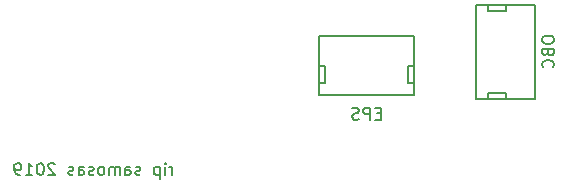
<source format=gbr>
%TF.GenerationSoftware,KiCad,Pcbnew,(5.1.6)-1*%
%TF.CreationDate,2020-06-01T16:59:43-04:00*%
%TF.ProjectId,upsat-comms-hardware,75707361-742d-4636-9f6d-6d732d686172,0.3*%
%TF.SameCoordinates,Original*%
%TF.FileFunction,Legend,Bot*%
%TF.FilePolarity,Positive*%
%FSLAX46Y46*%
G04 Gerber Fmt 4.6, Leading zero omitted, Abs format (unit mm)*
G04 Created by KiCad (PCBNEW (5.1.6)-1) date 2020-06-01 16:59:43*
%MOMM*%
%LPD*%
G01*
G04 APERTURE LIST*
%ADD10C,0.150000*%
%ADD11C,0.170000*%
G04 APERTURE END LIST*
D10*
X159066666Y-145232380D02*
X159066666Y-144565714D01*
X159066666Y-144756190D02*
X159019047Y-144660952D01*
X158971428Y-144613333D01*
X158876190Y-144565714D01*
X158780952Y-144565714D01*
X158447619Y-145232380D02*
X158447619Y-144565714D01*
X158447619Y-144232380D02*
X158495238Y-144280000D01*
X158447619Y-144327619D01*
X158400000Y-144280000D01*
X158447619Y-144232380D01*
X158447619Y-144327619D01*
X157971428Y-144565714D02*
X157971428Y-145565714D01*
X157971428Y-144613333D02*
X157876190Y-144565714D01*
X157685714Y-144565714D01*
X157590476Y-144613333D01*
X157542857Y-144660952D01*
X157495238Y-144756190D01*
X157495238Y-145041904D01*
X157542857Y-145137142D01*
X157590476Y-145184761D01*
X157685714Y-145232380D01*
X157876190Y-145232380D01*
X157971428Y-145184761D01*
X156352380Y-145184761D02*
X156257142Y-145232380D01*
X156066666Y-145232380D01*
X155971428Y-145184761D01*
X155923809Y-145089523D01*
X155923809Y-145041904D01*
X155971428Y-144946666D01*
X156066666Y-144899047D01*
X156209523Y-144899047D01*
X156304761Y-144851428D01*
X156352380Y-144756190D01*
X156352380Y-144708571D01*
X156304761Y-144613333D01*
X156209523Y-144565714D01*
X156066666Y-144565714D01*
X155971428Y-144613333D01*
X155066666Y-145232380D02*
X155066666Y-144708571D01*
X155114285Y-144613333D01*
X155209523Y-144565714D01*
X155400000Y-144565714D01*
X155495238Y-144613333D01*
X155066666Y-145184761D02*
X155161904Y-145232380D01*
X155400000Y-145232380D01*
X155495238Y-145184761D01*
X155542857Y-145089523D01*
X155542857Y-144994285D01*
X155495238Y-144899047D01*
X155400000Y-144851428D01*
X155161904Y-144851428D01*
X155066666Y-144803809D01*
X154590476Y-145232380D02*
X154590476Y-144565714D01*
X154590476Y-144660952D02*
X154542857Y-144613333D01*
X154447619Y-144565714D01*
X154304761Y-144565714D01*
X154209523Y-144613333D01*
X154161904Y-144708571D01*
X154161904Y-145232380D01*
X154161904Y-144708571D02*
X154114285Y-144613333D01*
X154019047Y-144565714D01*
X153876190Y-144565714D01*
X153780952Y-144613333D01*
X153733333Y-144708571D01*
X153733333Y-145232380D01*
X153114285Y-145232380D02*
X153209523Y-145184761D01*
X153257142Y-145137142D01*
X153304761Y-145041904D01*
X153304761Y-144756190D01*
X153257142Y-144660952D01*
X153209523Y-144613333D01*
X153114285Y-144565714D01*
X152971428Y-144565714D01*
X152876190Y-144613333D01*
X152828571Y-144660952D01*
X152780952Y-144756190D01*
X152780952Y-145041904D01*
X152828571Y-145137142D01*
X152876190Y-145184761D01*
X152971428Y-145232380D01*
X153114285Y-145232380D01*
X152400000Y-145184761D02*
X152304761Y-145232380D01*
X152114285Y-145232380D01*
X152019047Y-145184761D01*
X151971428Y-145089523D01*
X151971428Y-145041904D01*
X152019047Y-144946666D01*
X152114285Y-144899047D01*
X152257142Y-144899047D01*
X152352380Y-144851428D01*
X152400000Y-144756190D01*
X152400000Y-144708571D01*
X152352380Y-144613333D01*
X152257142Y-144565714D01*
X152114285Y-144565714D01*
X152019047Y-144613333D01*
X151114285Y-145232380D02*
X151114285Y-144708571D01*
X151161904Y-144613333D01*
X151257142Y-144565714D01*
X151447619Y-144565714D01*
X151542857Y-144613333D01*
X151114285Y-145184761D02*
X151209523Y-145232380D01*
X151447619Y-145232380D01*
X151542857Y-145184761D01*
X151590476Y-145089523D01*
X151590476Y-144994285D01*
X151542857Y-144899047D01*
X151447619Y-144851428D01*
X151209523Y-144851428D01*
X151114285Y-144803809D01*
X150685714Y-145184761D02*
X150590476Y-145232380D01*
X150400000Y-145232380D01*
X150304761Y-145184761D01*
X150257142Y-145089523D01*
X150257142Y-145041904D01*
X150304761Y-144946666D01*
X150400000Y-144899047D01*
X150542857Y-144899047D01*
X150638095Y-144851428D01*
X150685714Y-144756190D01*
X150685714Y-144708571D01*
X150638095Y-144613333D01*
X150542857Y-144565714D01*
X150400000Y-144565714D01*
X150304761Y-144613333D01*
X149114285Y-144327619D02*
X149066666Y-144280000D01*
X148971428Y-144232380D01*
X148733333Y-144232380D01*
X148638095Y-144280000D01*
X148590476Y-144327619D01*
X148542857Y-144422857D01*
X148542857Y-144518095D01*
X148590476Y-144660952D01*
X149161904Y-145232380D01*
X148542857Y-145232380D01*
X147923809Y-144232380D02*
X147828571Y-144232380D01*
X147733333Y-144280000D01*
X147685714Y-144327619D01*
X147638095Y-144422857D01*
X147590476Y-144613333D01*
X147590476Y-144851428D01*
X147638095Y-145041904D01*
X147685714Y-145137142D01*
X147733333Y-145184761D01*
X147828571Y-145232380D01*
X147923809Y-145232380D01*
X148019047Y-145184761D01*
X148066666Y-145137142D01*
X148114285Y-145041904D01*
X148161904Y-144851428D01*
X148161904Y-144613333D01*
X148114285Y-144422857D01*
X148066666Y-144327619D01*
X148019047Y-144280000D01*
X147923809Y-144232380D01*
X146638095Y-145232380D02*
X147209523Y-145232380D01*
X146923809Y-145232380D02*
X146923809Y-144232380D01*
X147019047Y-144375238D01*
X147114285Y-144470476D01*
X147209523Y-144518095D01*
X146161904Y-145232380D02*
X145971428Y-145232380D01*
X145876190Y-145184761D01*
X145828571Y-145137142D01*
X145733333Y-144994285D01*
X145685714Y-144803809D01*
X145685714Y-144422857D01*
X145733333Y-144327619D01*
X145780952Y-144280000D01*
X145876190Y-144232380D01*
X146066666Y-144232380D01*
X146161904Y-144280000D01*
X146209523Y-144327619D01*
X146257142Y-144422857D01*
X146257142Y-144660952D01*
X146209523Y-144756190D01*
X146161904Y-144803809D01*
X146066666Y-144851428D01*
X145876190Y-144851428D01*
X145780952Y-144803809D01*
X145733333Y-144756190D01*
X145685714Y-144660952D01*
%TO.C,EPS*%
X171500000Y-133500000D02*
X171500000Y-138500000D01*
X179500000Y-138500000D02*
X179500000Y-133500000D01*
X172000000Y-136000000D02*
X171500000Y-136000000D01*
X172000000Y-137500000D02*
X172000000Y-136000000D01*
X171500000Y-137500000D02*
X172000000Y-137500000D01*
X179000000Y-136000000D02*
X179500000Y-136000000D01*
X179000000Y-137500000D02*
X179000000Y-136000000D01*
X179500000Y-137500000D02*
X179000000Y-137500000D01*
X171500000Y-138500000D02*
X179500000Y-138500000D01*
X171500000Y-133500000D02*
X179500000Y-133500000D01*
%TO.C,OBC*%
X189777620Y-130834336D02*
X184777620Y-130834336D01*
X184777620Y-138834336D02*
X189777620Y-138834336D01*
X187277620Y-131334336D02*
X187277620Y-130834336D01*
X185777620Y-131334336D02*
X187277620Y-131334336D01*
X185777620Y-130834336D02*
X185777620Y-131334336D01*
X187277620Y-138334336D02*
X187277620Y-138834336D01*
X185777620Y-138334336D02*
X187277620Y-138334336D01*
X185777620Y-138834336D02*
X185777620Y-138334336D01*
X184777620Y-130834336D02*
X184777620Y-138834336D01*
X189777620Y-130834336D02*
X189777620Y-138834336D01*
%TO.C,EPS*%
D11*
X176690476Y-140028571D02*
X176357142Y-140028571D01*
X176214285Y-140552380D02*
X176690476Y-140552380D01*
X176690476Y-139552380D01*
X176214285Y-139552380D01*
X175785714Y-140552380D02*
X175785714Y-139552380D01*
X175404761Y-139552380D01*
X175309523Y-139600000D01*
X175261904Y-139647619D01*
X175214285Y-139742857D01*
X175214285Y-139885714D01*
X175261904Y-139980952D01*
X175309523Y-140028571D01*
X175404761Y-140076190D01*
X175785714Y-140076190D01*
X174833333Y-140504761D02*
X174690476Y-140552380D01*
X174452380Y-140552380D01*
X174357142Y-140504761D01*
X174309523Y-140457142D01*
X174261904Y-140361904D01*
X174261904Y-140266666D01*
X174309523Y-140171428D01*
X174357142Y-140123809D01*
X174452380Y-140076190D01*
X174642857Y-140028571D01*
X174738095Y-139980952D01*
X174785714Y-139933333D01*
X174833333Y-139838095D01*
X174833333Y-139742857D01*
X174785714Y-139647619D01*
X174738095Y-139600000D01*
X174642857Y-139552380D01*
X174404761Y-139552380D01*
X174261904Y-139600000D01*
%TO.C,OBC*%
X190352380Y-133704761D02*
X190352380Y-133895238D01*
X190400000Y-133990476D01*
X190495238Y-134085714D01*
X190685714Y-134133333D01*
X191019047Y-134133333D01*
X191209523Y-134085714D01*
X191304761Y-133990476D01*
X191352380Y-133895238D01*
X191352380Y-133704761D01*
X191304761Y-133609523D01*
X191209523Y-133514285D01*
X191019047Y-133466666D01*
X190685714Y-133466666D01*
X190495238Y-133514285D01*
X190400000Y-133609523D01*
X190352380Y-133704761D01*
X190828571Y-134895238D02*
X190876190Y-135038095D01*
X190923809Y-135085714D01*
X191019047Y-135133333D01*
X191161904Y-135133333D01*
X191257142Y-135085714D01*
X191304761Y-135038095D01*
X191352380Y-134942857D01*
X191352380Y-134561904D01*
X190352380Y-134561904D01*
X190352380Y-134895238D01*
X190400000Y-134990476D01*
X190447619Y-135038095D01*
X190542857Y-135085714D01*
X190638095Y-135085714D01*
X190733333Y-135038095D01*
X190780952Y-134990476D01*
X190828571Y-134895238D01*
X190828571Y-134561904D01*
X191257142Y-136133333D02*
X191304761Y-136085714D01*
X191352380Y-135942857D01*
X191352380Y-135847619D01*
X191304761Y-135704761D01*
X191209523Y-135609523D01*
X191114285Y-135561904D01*
X190923809Y-135514285D01*
X190780952Y-135514285D01*
X190590476Y-135561904D01*
X190495238Y-135609523D01*
X190400000Y-135704761D01*
X190352380Y-135847619D01*
X190352380Y-135942857D01*
X190400000Y-136085714D01*
X190447619Y-136133333D01*
%TD*%
M02*

</source>
